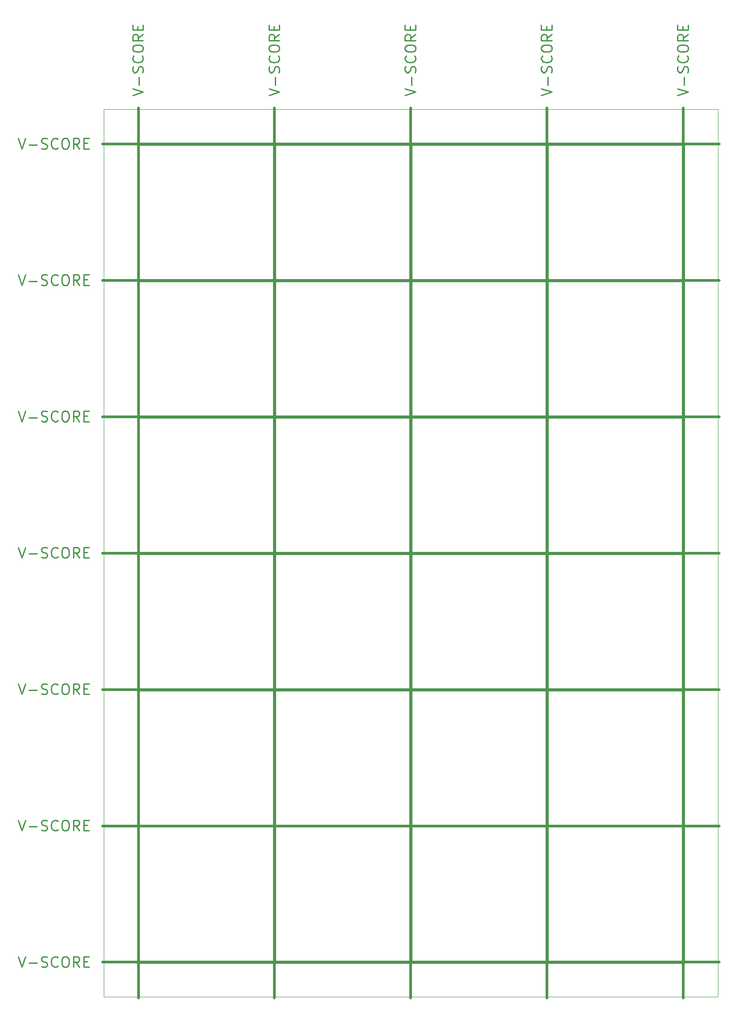
<source format=gko>
%TF.GenerationSoftware,KiCad,Pcbnew,9.0.0*%
%TF.CreationDate,2025-05-07T13:20:37-06:00*%
%TF.ProjectId,SparkFun_AS7343_Qwiic_panelized,53706172-6b46-4756-9e5f-415337333433,v10*%
%TF.SameCoordinates,Original*%
%TF.FileFunction,Soldermask,Bot*%
%TF.FilePolarity,Negative*%
%FSLAX46Y46*%
G04 Gerber Fmt 4.6, Leading zero omitted, Abs format (unit mm)*
G04 Created by KiCad (PCBNEW 9.0.0) date 2025-05-07 13:20:37*
%MOMM*%
%LPD*%
G01*
G04 APERTURE LIST*
%TA.AperFunction,Profile*%
%ADD10C,0.100000*%
%TD*%
%ADD11C,0.250000*%
%ADD12C,0.500000*%
G04 APERTURE END LIST*
D10*
X-500000Y-500000D02*
X-500000Y155400000D01*
X103600000Y-500000D02*
X-500000Y-500000D01*
X103600000Y155400000D02*
X103600000Y-500000D01*
X-500000Y155400000D02*
X103600000Y155400000D01*
X-6850000Y-6850000D02*
X-6850000Y161750000D01*
X109950000Y-6850000D02*
X-6850000Y-6850000D01*
X109950000Y161750000D02*
X109950000Y-6850000D01*
X-6850000Y161750000D02*
X109950000Y161750000D01*
X77700000Y154900000D02*
X103100000Y154900000D01*
X103100000Y129500000D01*
X77700000Y129500000D01*
X77700000Y154900000D01*
X77700000Y129000000D02*
X103100000Y129000000D01*
X103100000Y103600000D01*
X77700000Y103600000D01*
X77700000Y129000000D01*
X77700000Y103100000D02*
X103100000Y103100000D01*
X103100000Y77700000D01*
X77700000Y77700000D01*
X77700000Y103100000D01*
X77700000Y77200000D02*
X103100000Y77200000D01*
X103100000Y51800000D01*
X77700000Y51800000D01*
X77700000Y77200000D01*
X77700000Y51300000D02*
X103100000Y51300000D01*
X103100000Y25900000D01*
X77700000Y25900000D01*
X77700000Y51300000D01*
X77700000Y25400000D02*
X103100000Y25400000D01*
X103100000Y0D01*
X77700000Y0D01*
X77700000Y25400000D01*
X51800000Y154900000D02*
X77200000Y154900000D01*
X77200000Y129500000D01*
X51800000Y129500000D01*
X51800000Y154900000D01*
X51800000Y129000000D02*
X77200000Y129000000D01*
X77200000Y103600000D01*
X51800000Y103600000D01*
X51800000Y129000000D01*
X51800000Y103100000D02*
X77200000Y103100000D01*
X77200000Y77700000D01*
X51800000Y77700000D01*
X51800000Y103100000D01*
X51800000Y77200000D02*
X77200000Y77200000D01*
X77200000Y51800000D01*
X51800000Y51800000D01*
X51800000Y77200000D01*
X51800000Y51300000D02*
X77200000Y51300000D01*
X77200000Y25900000D01*
X51800000Y25900000D01*
X51800000Y51300000D01*
X51800000Y25400000D02*
X77200000Y25400000D01*
X77200000Y0D01*
X51800000Y0D01*
X51800000Y25400000D01*
X25900000Y154900000D02*
X51300000Y154900000D01*
X51300000Y129500000D01*
X25900000Y129500000D01*
X25900000Y154900000D01*
X25900000Y129000000D02*
X51300000Y129000000D01*
X51300000Y103600000D01*
X25900000Y103600000D01*
X25900000Y129000000D01*
X25900000Y103100000D02*
X51300000Y103100000D01*
X51300000Y77700000D01*
X25900000Y77700000D01*
X25900000Y103100000D01*
X25900000Y77200000D02*
X51300000Y77200000D01*
X51300000Y51800000D01*
X25900000Y51800000D01*
X25900000Y77200000D01*
X25900000Y51300000D02*
X51300000Y51300000D01*
X51300000Y25900000D01*
X25900000Y25900000D01*
X25900000Y51300000D01*
X25900000Y25400000D02*
X51300000Y25400000D01*
X51300000Y0D01*
X25900000Y0D01*
X25900000Y25400000D01*
X0Y154900000D02*
X25400000Y154900000D01*
X25400000Y129500000D01*
X0Y129500000D01*
X0Y154900000D01*
X0Y129000000D02*
X25400000Y129000000D01*
X25400000Y103600000D01*
X0Y103600000D01*
X0Y129000000D01*
X0Y103100000D02*
X25400000Y103100000D01*
X25400000Y77700000D01*
X0Y77700000D01*
X0Y103100000D01*
X0Y77200000D02*
X25400000Y77200000D01*
X25400000Y51800000D01*
X0Y51800000D01*
X0Y77200000D01*
X0Y51300000D02*
X25400000Y51300000D01*
X25400000Y25900000D01*
X0Y25900000D01*
X0Y51300000D01*
X0Y25400000D02*
X25400000Y25400000D01*
X25400000Y0D01*
X0Y0D01*
X0Y25400000D01*
D11*
X-23073997Y837762D02*
X-22407331Y-1162238D01*
X-22407331Y-1162238D02*
X-21740664Y837762D01*
X-21073997Y-400333D02*
X-19550187Y-400333D01*
X-18693045Y-1067000D02*
X-18407331Y-1162238D01*
X-18407331Y-1162238D02*
X-17931140Y-1162238D01*
X-17931140Y-1162238D02*
X-17740664Y-1067000D01*
X-17740664Y-1067000D02*
X-17645426Y-971761D01*
X-17645426Y-971761D02*
X-17550188Y-781285D01*
X-17550188Y-781285D02*
X-17550188Y-590809D01*
X-17550188Y-590809D02*
X-17645426Y-400333D01*
X-17645426Y-400333D02*
X-17740664Y-305095D01*
X-17740664Y-305095D02*
X-17931140Y-209857D01*
X-17931140Y-209857D02*
X-18312093Y-114619D01*
X-18312093Y-114619D02*
X-18502569Y-19380D01*
X-18502569Y-19380D02*
X-18597807Y75858D01*
X-18597807Y75858D02*
X-18693045Y266334D01*
X-18693045Y266334D02*
X-18693045Y456810D01*
X-18693045Y456810D02*
X-18597807Y647286D01*
X-18597807Y647286D02*
X-18502569Y742524D01*
X-18502569Y742524D02*
X-18312093Y837762D01*
X-18312093Y837762D02*
X-17835902Y837762D01*
X-17835902Y837762D02*
X-17550188Y742524D01*
X-15550188Y-971761D02*
X-15645426Y-1067000D01*
X-15645426Y-1067000D02*
X-15931140Y-1162238D01*
X-15931140Y-1162238D02*
X-16121616Y-1162238D01*
X-16121616Y-1162238D02*
X-16407331Y-1067000D01*
X-16407331Y-1067000D02*
X-16597807Y-876523D01*
X-16597807Y-876523D02*
X-16693045Y-686047D01*
X-16693045Y-686047D02*
X-16788283Y-305095D01*
X-16788283Y-305095D02*
X-16788283Y-19380D01*
X-16788283Y-19380D02*
X-16693045Y361572D01*
X-16693045Y361572D02*
X-16597807Y552048D01*
X-16597807Y552048D02*
X-16407331Y742524D01*
X-16407331Y742524D02*
X-16121616Y837762D01*
X-16121616Y837762D02*
X-15931140Y837762D01*
X-15931140Y837762D02*
X-15645426Y742524D01*
X-15645426Y742524D02*
X-15550188Y647286D01*
X-14312093Y837762D02*
X-13931140Y837762D01*
X-13931140Y837762D02*
X-13740664Y742524D01*
X-13740664Y742524D02*
X-13550188Y552048D01*
X-13550188Y552048D02*
X-13454950Y171096D01*
X-13454950Y171096D02*
X-13454950Y-495571D01*
X-13454950Y-495571D02*
X-13550188Y-876523D01*
X-13550188Y-876523D02*
X-13740664Y-1067000D01*
X-13740664Y-1067000D02*
X-13931140Y-1162238D01*
X-13931140Y-1162238D02*
X-14312093Y-1162238D01*
X-14312093Y-1162238D02*
X-14502569Y-1067000D01*
X-14502569Y-1067000D02*
X-14693045Y-876523D01*
X-14693045Y-876523D02*
X-14788283Y-495571D01*
X-14788283Y-495571D02*
X-14788283Y171096D01*
X-14788283Y171096D02*
X-14693045Y552048D01*
X-14693045Y552048D02*
X-14502569Y742524D01*
X-14502569Y742524D02*
X-14312093Y837762D01*
X-11454950Y-1162238D02*
X-12121617Y-209857D01*
X-12597807Y-1162238D02*
X-12597807Y837762D01*
X-12597807Y837762D02*
X-11835902Y837762D01*
X-11835902Y837762D02*
X-11645426Y742524D01*
X-11645426Y742524D02*
X-11550188Y647286D01*
X-11550188Y647286D02*
X-11454950Y456810D01*
X-11454950Y456810D02*
X-11454950Y171096D01*
X-11454950Y171096D02*
X-11550188Y-19380D01*
X-11550188Y-19380D02*
X-11645426Y-114619D01*
X-11645426Y-114619D02*
X-11835902Y-209857D01*
X-11835902Y-209857D02*
X-12597807Y-209857D01*
X-10597807Y-114619D02*
X-9931140Y-114619D01*
X-9645426Y-1162238D02*
X-10597807Y-1162238D01*
X-10597807Y-1162238D02*
X-10597807Y837762D01*
X-10597807Y837762D02*
X-9645426Y837762D01*
D12*
X-7100000Y-250000D02*
X110200000Y-250000D01*
D11*
X-23073997Y26737762D02*
X-22407331Y24737762D01*
X-22407331Y24737762D02*
X-21740664Y26737762D01*
X-21073997Y25499667D02*
X-19550187Y25499667D01*
X-18693045Y24833000D02*
X-18407331Y24737762D01*
X-18407331Y24737762D02*
X-17931140Y24737762D01*
X-17931140Y24737762D02*
X-17740664Y24833000D01*
X-17740664Y24833000D02*
X-17645426Y24928239D01*
X-17645426Y24928239D02*
X-17550188Y25118715D01*
X-17550188Y25118715D02*
X-17550188Y25309191D01*
X-17550188Y25309191D02*
X-17645426Y25499667D01*
X-17645426Y25499667D02*
X-17740664Y25594905D01*
X-17740664Y25594905D02*
X-17931140Y25690143D01*
X-17931140Y25690143D02*
X-18312093Y25785381D01*
X-18312093Y25785381D02*
X-18502569Y25880620D01*
X-18502569Y25880620D02*
X-18597807Y25975858D01*
X-18597807Y25975858D02*
X-18693045Y26166334D01*
X-18693045Y26166334D02*
X-18693045Y26356810D01*
X-18693045Y26356810D02*
X-18597807Y26547286D01*
X-18597807Y26547286D02*
X-18502569Y26642524D01*
X-18502569Y26642524D02*
X-18312093Y26737762D01*
X-18312093Y26737762D02*
X-17835902Y26737762D01*
X-17835902Y26737762D02*
X-17550188Y26642524D01*
X-15550188Y24928239D02*
X-15645426Y24833000D01*
X-15645426Y24833000D02*
X-15931140Y24737762D01*
X-15931140Y24737762D02*
X-16121616Y24737762D01*
X-16121616Y24737762D02*
X-16407331Y24833000D01*
X-16407331Y24833000D02*
X-16597807Y25023477D01*
X-16597807Y25023477D02*
X-16693045Y25213953D01*
X-16693045Y25213953D02*
X-16788283Y25594905D01*
X-16788283Y25594905D02*
X-16788283Y25880620D01*
X-16788283Y25880620D02*
X-16693045Y26261572D01*
X-16693045Y26261572D02*
X-16597807Y26452048D01*
X-16597807Y26452048D02*
X-16407331Y26642524D01*
X-16407331Y26642524D02*
X-16121616Y26737762D01*
X-16121616Y26737762D02*
X-15931140Y26737762D01*
X-15931140Y26737762D02*
X-15645426Y26642524D01*
X-15645426Y26642524D02*
X-15550188Y26547286D01*
X-14312093Y26737762D02*
X-13931140Y26737762D01*
X-13931140Y26737762D02*
X-13740664Y26642524D01*
X-13740664Y26642524D02*
X-13550188Y26452048D01*
X-13550188Y26452048D02*
X-13454950Y26071096D01*
X-13454950Y26071096D02*
X-13454950Y25404429D01*
X-13454950Y25404429D02*
X-13550188Y25023477D01*
X-13550188Y25023477D02*
X-13740664Y24833000D01*
X-13740664Y24833000D02*
X-13931140Y24737762D01*
X-13931140Y24737762D02*
X-14312093Y24737762D01*
X-14312093Y24737762D02*
X-14502569Y24833000D01*
X-14502569Y24833000D02*
X-14693045Y25023477D01*
X-14693045Y25023477D02*
X-14788283Y25404429D01*
X-14788283Y25404429D02*
X-14788283Y26071096D01*
X-14788283Y26071096D02*
X-14693045Y26452048D01*
X-14693045Y26452048D02*
X-14502569Y26642524D01*
X-14502569Y26642524D02*
X-14312093Y26737762D01*
X-11454950Y24737762D02*
X-12121617Y25690143D01*
X-12597807Y24737762D02*
X-12597807Y26737762D01*
X-12597807Y26737762D02*
X-11835902Y26737762D01*
X-11835902Y26737762D02*
X-11645426Y26642524D01*
X-11645426Y26642524D02*
X-11550188Y26547286D01*
X-11550188Y26547286D02*
X-11454950Y26356810D01*
X-11454950Y26356810D02*
X-11454950Y26071096D01*
X-11454950Y26071096D02*
X-11550188Y25880620D01*
X-11550188Y25880620D02*
X-11645426Y25785381D01*
X-11645426Y25785381D02*
X-11835902Y25690143D01*
X-11835902Y25690143D02*
X-12597807Y25690143D01*
X-10597807Y25785381D02*
X-9931140Y25785381D01*
X-9645426Y24737762D02*
X-10597807Y24737762D01*
X-10597807Y24737762D02*
X-10597807Y26737762D01*
X-10597807Y26737762D02*
X-9645426Y26737762D01*
D12*
X-7100000Y25650000D02*
X110200000Y25650000D01*
D11*
X-23073997Y52637762D02*
X-22407331Y50637762D01*
X-22407331Y50637762D02*
X-21740664Y52637762D01*
X-21073997Y51399667D02*
X-19550187Y51399667D01*
X-18693045Y50733000D02*
X-18407331Y50637762D01*
X-18407331Y50637762D02*
X-17931140Y50637762D01*
X-17931140Y50637762D02*
X-17740664Y50733000D01*
X-17740664Y50733000D02*
X-17645426Y50828239D01*
X-17645426Y50828239D02*
X-17550188Y51018715D01*
X-17550188Y51018715D02*
X-17550188Y51209191D01*
X-17550188Y51209191D02*
X-17645426Y51399667D01*
X-17645426Y51399667D02*
X-17740664Y51494905D01*
X-17740664Y51494905D02*
X-17931140Y51590143D01*
X-17931140Y51590143D02*
X-18312093Y51685381D01*
X-18312093Y51685381D02*
X-18502569Y51780620D01*
X-18502569Y51780620D02*
X-18597807Y51875858D01*
X-18597807Y51875858D02*
X-18693045Y52066334D01*
X-18693045Y52066334D02*
X-18693045Y52256810D01*
X-18693045Y52256810D02*
X-18597807Y52447286D01*
X-18597807Y52447286D02*
X-18502569Y52542524D01*
X-18502569Y52542524D02*
X-18312093Y52637762D01*
X-18312093Y52637762D02*
X-17835902Y52637762D01*
X-17835902Y52637762D02*
X-17550188Y52542524D01*
X-15550188Y50828239D02*
X-15645426Y50733000D01*
X-15645426Y50733000D02*
X-15931140Y50637762D01*
X-15931140Y50637762D02*
X-16121616Y50637762D01*
X-16121616Y50637762D02*
X-16407331Y50733000D01*
X-16407331Y50733000D02*
X-16597807Y50923477D01*
X-16597807Y50923477D02*
X-16693045Y51113953D01*
X-16693045Y51113953D02*
X-16788283Y51494905D01*
X-16788283Y51494905D02*
X-16788283Y51780620D01*
X-16788283Y51780620D02*
X-16693045Y52161572D01*
X-16693045Y52161572D02*
X-16597807Y52352048D01*
X-16597807Y52352048D02*
X-16407331Y52542524D01*
X-16407331Y52542524D02*
X-16121616Y52637762D01*
X-16121616Y52637762D02*
X-15931140Y52637762D01*
X-15931140Y52637762D02*
X-15645426Y52542524D01*
X-15645426Y52542524D02*
X-15550188Y52447286D01*
X-14312093Y52637762D02*
X-13931140Y52637762D01*
X-13931140Y52637762D02*
X-13740664Y52542524D01*
X-13740664Y52542524D02*
X-13550188Y52352048D01*
X-13550188Y52352048D02*
X-13454950Y51971096D01*
X-13454950Y51971096D02*
X-13454950Y51304429D01*
X-13454950Y51304429D02*
X-13550188Y50923477D01*
X-13550188Y50923477D02*
X-13740664Y50733000D01*
X-13740664Y50733000D02*
X-13931140Y50637762D01*
X-13931140Y50637762D02*
X-14312093Y50637762D01*
X-14312093Y50637762D02*
X-14502569Y50733000D01*
X-14502569Y50733000D02*
X-14693045Y50923477D01*
X-14693045Y50923477D02*
X-14788283Y51304429D01*
X-14788283Y51304429D02*
X-14788283Y51971096D01*
X-14788283Y51971096D02*
X-14693045Y52352048D01*
X-14693045Y52352048D02*
X-14502569Y52542524D01*
X-14502569Y52542524D02*
X-14312093Y52637762D01*
X-11454950Y50637762D02*
X-12121617Y51590143D01*
X-12597807Y50637762D02*
X-12597807Y52637762D01*
X-12597807Y52637762D02*
X-11835902Y52637762D01*
X-11835902Y52637762D02*
X-11645426Y52542524D01*
X-11645426Y52542524D02*
X-11550188Y52447286D01*
X-11550188Y52447286D02*
X-11454950Y52256810D01*
X-11454950Y52256810D02*
X-11454950Y51971096D01*
X-11454950Y51971096D02*
X-11550188Y51780620D01*
X-11550188Y51780620D02*
X-11645426Y51685381D01*
X-11645426Y51685381D02*
X-11835902Y51590143D01*
X-11835902Y51590143D02*
X-12597807Y51590143D01*
X-10597807Y51685381D02*
X-9931140Y51685381D01*
X-9645426Y50637762D02*
X-10597807Y50637762D01*
X-10597807Y50637762D02*
X-10597807Y52637762D01*
X-10597807Y52637762D02*
X-9645426Y52637762D01*
D12*
X-7100000Y51550000D02*
X110200000Y51550000D01*
D11*
X-23073997Y78537762D02*
X-22407331Y76537762D01*
X-22407331Y76537762D02*
X-21740664Y78537762D01*
X-21073997Y77299667D02*
X-19550187Y77299667D01*
X-18693045Y76633000D02*
X-18407331Y76537762D01*
X-18407331Y76537762D02*
X-17931140Y76537762D01*
X-17931140Y76537762D02*
X-17740664Y76633000D01*
X-17740664Y76633000D02*
X-17645426Y76728239D01*
X-17645426Y76728239D02*
X-17550188Y76918715D01*
X-17550188Y76918715D02*
X-17550188Y77109191D01*
X-17550188Y77109191D02*
X-17645426Y77299667D01*
X-17645426Y77299667D02*
X-17740664Y77394905D01*
X-17740664Y77394905D02*
X-17931140Y77490143D01*
X-17931140Y77490143D02*
X-18312093Y77585381D01*
X-18312093Y77585381D02*
X-18502569Y77680620D01*
X-18502569Y77680620D02*
X-18597807Y77775858D01*
X-18597807Y77775858D02*
X-18693045Y77966334D01*
X-18693045Y77966334D02*
X-18693045Y78156810D01*
X-18693045Y78156810D02*
X-18597807Y78347286D01*
X-18597807Y78347286D02*
X-18502569Y78442524D01*
X-18502569Y78442524D02*
X-18312093Y78537762D01*
X-18312093Y78537762D02*
X-17835902Y78537762D01*
X-17835902Y78537762D02*
X-17550188Y78442524D01*
X-15550188Y76728239D02*
X-15645426Y76633000D01*
X-15645426Y76633000D02*
X-15931140Y76537762D01*
X-15931140Y76537762D02*
X-16121616Y76537762D01*
X-16121616Y76537762D02*
X-16407331Y76633000D01*
X-16407331Y76633000D02*
X-16597807Y76823477D01*
X-16597807Y76823477D02*
X-16693045Y77013953D01*
X-16693045Y77013953D02*
X-16788283Y77394905D01*
X-16788283Y77394905D02*
X-16788283Y77680620D01*
X-16788283Y77680620D02*
X-16693045Y78061572D01*
X-16693045Y78061572D02*
X-16597807Y78252048D01*
X-16597807Y78252048D02*
X-16407331Y78442524D01*
X-16407331Y78442524D02*
X-16121616Y78537762D01*
X-16121616Y78537762D02*
X-15931140Y78537762D01*
X-15931140Y78537762D02*
X-15645426Y78442524D01*
X-15645426Y78442524D02*
X-15550188Y78347286D01*
X-14312093Y78537762D02*
X-13931140Y78537762D01*
X-13931140Y78537762D02*
X-13740664Y78442524D01*
X-13740664Y78442524D02*
X-13550188Y78252048D01*
X-13550188Y78252048D02*
X-13454950Y77871096D01*
X-13454950Y77871096D02*
X-13454950Y77204429D01*
X-13454950Y77204429D02*
X-13550188Y76823477D01*
X-13550188Y76823477D02*
X-13740664Y76633000D01*
X-13740664Y76633000D02*
X-13931140Y76537762D01*
X-13931140Y76537762D02*
X-14312093Y76537762D01*
X-14312093Y76537762D02*
X-14502569Y76633000D01*
X-14502569Y76633000D02*
X-14693045Y76823477D01*
X-14693045Y76823477D02*
X-14788283Y77204429D01*
X-14788283Y77204429D02*
X-14788283Y77871096D01*
X-14788283Y77871096D02*
X-14693045Y78252048D01*
X-14693045Y78252048D02*
X-14502569Y78442524D01*
X-14502569Y78442524D02*
X-14312093Y78537762D01*
X-11454950Y76537762D02*
X-12121617Y77490143D01*
X-12597807Y76537762D02*
X-12597807Y78537762D01*
X-12597807Y78537762D02*
X-11835902Y78537762D01*
X-11835902Y78537762D02*
X-11645426Y78442524D01*
X-11645426Y78442524D02*
X-11550188Y78347286D01*
X-11550188Y78347286D02*
X-11454950Y78156810D01*
X-11454950Y78156810D02*
X-11454950Y77871096D01*
X-11454950Y77871096D02*
X-11550188Y77680620D01*
X-11550188Y77680620D02*
X-11645426Y77585381D01*
X-11645426Y77585381D02*
X-11835902Y77490143D01*
X-11835902Y77490143D02*
X-12597807Y77490143D01*
X-10597807Y77585381D02*
X-9931140Y77585381D01*
X-9645426Y76537762D02*
X-10597807Y76537762D01*
X-10597807Y76537762D02*
X-10597807Y78537762D01*
X-10597807Y78537762D02*
X-9645426Y78537762D01*
D12*
X-7100000Y77450000D02*
X110200000Y77450000D01*
D11*
X-23073997Y104437762D02*
X-22407331Y102437762D01*
X-22407331Y102437762D02*
X-21740664Y104437762D01*
X-21073997Y103199667D02*
X-19550187Y103199667D01*
X-18693045Y102533000D02*
X-18407331Y102437762D01*
X-18407331Y102437762D02*
X-17931140Y102437762D01*
X-17931140Y102437762D02*
X-17740664Y102533000D01*
X-17740664Y102533000D02*
X-17645426Y102628239D01*
X-17645426Y102628239D02*
X-17550188Y102818715D01*
X-17550188Y102818715D02*
X-17550188Y103009191D01*
X-17550188Y103009191D02*
X-17645426Y103199667D01*
X-17645426Y103199667D02*
X-17740664Y103294905D01*
X-17740664Y103294905D02*
X-17931140Y103390143D01*
X-17931140Y103390143D02*
X-18312093Y103485381D01*
X-18312093Y103485381D02*
X-18502569Y103580620D01*
X-18502569Y103580620D02*
X-18597807Y103675858D01*
X-18597807Y103675858D02*
X-18693045Y103866334D01*
X-18693045Y103866334D02*
X-18693045Y104056810D01*
X-18693045Y104056810D02*
X-18597807Y104247286D01*
X-18597807Y104247286D02*
X-18502569Y104342524D01*
X-18502569Y104342524D02*
X-18312093Y104437762D01*
X-18312093Y104437762D02*
X-17835902Y104437762D01*
X-17835902Y104437762D02*
X-17550188Y104342524D01*
X-15550188Y102628239D02*
X-15645426Y102533000D01*
X-15645426Y102533000D02*
X-15931140Y102437762D01*
X-15931140Y102437762D02*
X-16121616Y102437762D01*
X-16121616Y102437762D02*
X-16407331Y102533000D01*
X-16407331Y102533000D02*
X-16597807Y102723477D01*
X-16597807Y102723477D02*
X-16693045Y102913953D01*
X-16693045Y102913953D02*
X-16788283Y103294905D01*
X-16788283Y103294905D02*
X-16788283Y103580620D01*
X-16788283Y103580620D02*
X-16693045Y103961572D01*
X-16693045Y103961572D02*
X-16597807Y104152048D01*
X-16597807Y104152048D02*
X-16407331Y104342524D01*
X-16407331Y104342524D02*
X-16121616Y104437762D01*
X-16121616Y104437762D02*
X-15931140Y104437762D01*
X-15931140Y104437762D02*
X-15645426Y104342524D01*
X-15645426Y104342524D02*
X-15550188Y104247286D01*
X-14312093Y104437762D02*
X-13931140Y104437762D01*
X-13931140Y104437762D02*
X-13740664Y104342524D01*
X-13740664Y104342524D02*
X-13550188Y104152048D01*
X-13550188Y104152048D02*
X-13454950Y103771096D01*
X-13454950Y103771096D02*
X-13454950Y103104429D01*
X-13454950Y103104429D02*
X-13550188Y102723477D01*
X-13550188Y102723477D02*
X-13740664Y102533000D01*
X-13740664Y102533000D02*
X-13931140Y102437762D01*
X-13931140Y102437762D02*
X-14312093Y102437762D01*
X-14312093Y102437762D02*
X-14502569Y102533000D01*
X-14502569Y102533000D02*
X-14693045Y102723477D01*
X-14693045Y102723477D02*
X-14788283Y103104429D01*
X-14788283Y103104429D02*
X-14788283Y103771096D01*
X-14788283Y103771096D02*
X-14693045Y104152048D01*
X-14693045Y104152048D02*
X-14502569Y104342524D01*
X-14502569Y104342524D02*
X-14312093Y104437762D01*
X-11454950Y102437762D02*
X-12121617Y103390143D01*
X-12597807Y102437762D02*
X-12597807Y104437762D01*
X-12597807Y104437762D02*
X-11835902Y104437762D01*
X-11835902Y104437762D02*
X-11645426Y104342524D01*
X-11645426Y104342524D02*
X-11550188Y104247286D01*
X-11550188Y104247286D02*
X-11454950Y104056810D01*
X-11454950Y104056810D02*
X-11454950Y103771096D01*
X-11454950Y103771096D02*
X-11550188Y103580620D01*
X-11550188Y103580620D02*
X-11645426Y103485381D01*
X-11645426Y103485381D02*
X-11835902Y103390143D01*
X-11835902Y103390143D02*
X-12597807Y103390143D01*
X-10597807Y103485381D02*
X-9931140Y103485381D01*
X-9645426Y102437762D02*
X-10597807Y102437762D01*
X-10597807Y102437762D02*
X-10597807Y104437762D01*
X-10597807Y104437762D02*
X-9645426Y104437762D01*
D12*
X-7100000Y103350000D02*
X110200000Y103350000D01*
D11*
X-23073997Y130337761D02*
X-22407331Y128337761D01*
X-22407331Y128337761D02*
X-21740664Y130337761D01*
X-21073997Y129099666D02*
X-19550187Y129099666D01*
X-18693045Y128433000D02*
X-18407331Y128337761D01*
X-18407331Y128337761D02*
X-17931140Y128337761D01*
X-17931140Y128337761D02*
X-17740664Y128433000D01*
X-17740664Y128433000D02*
X-17645426Y128528238D01*
X-17645426Y128528238D02*
X-17550188Y128718714D01*
X-17550188Y128718714D02*
X-17550188Y128909190D01*
X-17550188Y128909190D02*
X-17645426Y129099666D01*
X-17645426Y129099666D02*
X-17740664Y129194904D01*
X-17740664Y129194904D02*
X-17931140Y129290142D01*
X-17931140Y129290142D02*
X-18312093Y129385380D01*
X-18312093Y129385380D02*
X-18502569Y129480619D01*
X-18502569Y129480619D02*
X-18597807Y129575857D01*
X-18597807Y129575857D02*
X-18693045Y129766333D01*
X-18693045Y129766333D02*
X-18693045Y129956809D01*
X-18693045Y129956809D02*
X-18597807Y130147285D01*
X-18597807Y130147285D02*
X-18502569Y130242523D01*
X-18502569Y130242523D02*
X-18312093Y130337761D01*
X-18312093Y130337761D02*
X-17835902Y130337761D01*
X-17835902Y130337761D02*
X-17550188Y130242523D01*
X-15550188Y128528238D02*
X-15645426Y128433000D01*
X-15645426Y128433000D02*
X-15931140Y128337761D01*
X-15931140Y128337761D02*
X-16121616Y128337761D01*
X-16121616Y128337761D02*
X-16407331Y128433000D01*
X-16407331Y128433000D02*
X-16597807Y128623476D01*
X-16597807Y128623476D02*
X-16693045Y128813952D01*
X-16693045Y128813952D02*
X-16788283Y129194904D01*
X-16788283Y129194904D02*
X-16788283Y129480619D01*
X-16788283Y129480619D02*
X-16693045Y129861571D01*
X-16693045Y129861571D02*
X-16597807Y130052047D01*
X-16597807Y130052047D02*
X-16407331Y130242523D01*
X-16407331Y130242523D02*
X-16121616Y130337761D01*
X-16121616Y130337761D02*
X-15931140Y130337761D01*
X-15931140Y130337761D02*
X-15645426Y130242523D01*
X-15645426Y130242523D02*
X-15550188Y130147285D01*
X-14312093Y130337761D02*
X-13931140Y130337761D01*
X-13931140Y130337761D02*
X-13740664Y130242523D01*
X-13740664Y130242523D02*
X-13550188Y130052047D01*
X-13550188Y130052047D02*
X-13454950Y129671095D01*
X-13454950Y129671095D02*
X-13454950Y129004428D01*
X-13454950Y129004428D02*
X-13550188Y128623476D01*
X-13550188Y128623476D02*
X-13740664Y128433000D01*
X-13740664Y128433000D02*
X-13931140Y128337761D01*
X-13931140Y128337761D02*
X-14312093Y128337761D01*
X-14312093Y128337761D02*
X-14502569Y128433000D01*
X-14502569Y128433000D02*
X-14693045Y128623476D01*
X-14693045Y128623476D02*
X-14788283Y129004428D01*
X-14788283Y129004428D02*
X-14788283Y129671095D01*
X-14788283Y129671095D02*
X-14693045Y130052047D01*
X-14693045Y130052047D02*
X-14502569Y130242523D01*
X-14502569Y130242523D02*
X-14312093Y130337761D01*
X-11454950Y128337761D02*
X-12121617Y129290142D01*
X-12597807Y128337761D02*
X-12597807Y130337761D01*
X-12597807Y130337761D02*
X-11835902Y130337761D01*
X-11835902Y130337761D02*
X-11645426Y130242523D01*
X-11645426Y130242523D02*
X-11550188Y130147285D01*
X-11550188Y130147285D02*
X-11454950Y129956809D01*
X-11454950Y129956809D02*
X-11454950Y129671095D01*
X-11454950Y129671095D02*
X-11550188Y129480619D01*
X-11550188Y129480619D02*
X-11645426Y129385380D01*
X-11645426Y129385380D02*
X-11835902Y129290142D01*
X-11835902Y129290142D02*
X-12597807Y129290142D01*
X-10597807Y129385380D02*
X-9931140Y129385380D01*
X-9645426Y128337761D02*
X-10597807Y128337761D01*
X-10597807Y128337761D02*
X-10597807Y130337761D01*
X-10597807Y130337761D02*
X-9645426Y130337761D01*
D12*
X-7100000Y129250000D02*
X110200000Y129250000D01*
D11*
X-23073997Y156237761D02*
X-22407331Y154237761D01*
X-22407331Y154237761D02*
X-21740664Y156237761D01*
X-21073997Y154999666D02*
X-19550187Y154999666D01*
X-18693045Y154333000D02*
X-18407331Y154237761D01*
X-18407331Y154237761D02*
X-17931140Y154237761D01*
X-17931140Y154237761D02*
X-17740664Y154333000D01*
X-17740664Y154333000D02*
X-17645426Y154428238D01*
X-17645426Y154428238D02*
X-17550188Y154618714D01*
X-17550188Y154618714D02*
X-17550188Y154809190D01*
X-17550188Y154809190D02*
X-17645426Y154999666D01*
X-17645426Y154999666D02*
X-17740664Y155094904D01*
X-17740664Y155094904D02*
X-17931140Y155190142D01*
X-17931140Y155190142D02*
X-18312093Y155285380D01*
X-18312093Y155285380D02*
X-18502569Y155380619D01*
X-18502569Y155380619D02*
X-18597807Y155475857D01*
X-18597807Y155475857D02*
X-18693045Y155666333D01*
X-18693045Y155666333D02*
X-18693045Y155856809D01*
X-18693045Y155856809D02*
X-18597807Y156047285D01*
X-18597807Y156047285D02*
X-18502569Y156142523D01*
X-18502569Y156142523D02*
X-18312093Y156237761D01*
X-18312093Y156237761D02*
X-17835902Y156237761D01*
X-17835902Y156237761D02*
X-17550188Y156142523D01*
X-15550188Y154428238D02*
X-15645426Y154333000D01*
X-15645426Y154333000D02*
X-15931140Y154237761D01*
X-15931140Y154237761D02*
X-16121616Y154237761D01*
X-16121616Y154237761D02*
X-16407331Y154333000D01*
X-16407331Y154333000D02*
X-16597807Y154523476D01*
X-16597807Y154523476D02*
X-16693045Y154713952D01*
X-16693045Y154713952D02*
X-16788283Y155094904D01*
X-16788283Y155094904D02*
X-16788283Y155380619D01*
X-16788283Y155380619D02*
X-16693045Y155761571D01*
X-16693045Y155761571D02*
X-16597807Y155952047D01*
X-16597807Y155952047D02*
X-16407331Y156142523D01*
X-16407331Y156142523D02*
X-16121616Y156237761D01*
X-16121616Y156237761D02*
X-15931140Y156237761D01*
X-15931140Y156237761D02*
X-15645426Y156142523D01*
X-15645426Y156142523D02*
X-15550188Y156047285D01*
X-14312093Y156237761D02*
X-13931140Y156237761D01*
X-13931140Y156237761D02*
X-13740664Y156142523D01*
X-13740664Y156142523D02*
X-13550188Y155952047D01*
X-13550188Y155952047D02*
X-13454950Y155571095D01*
X-13454950Y155571095D02*
X-13454950Y154904428D01*
X-13454950Y154904428D02*
X-13550188Y154523476D01*
X-13550188Y154523476D02*
X-13740664Y154333000D01*
X-13740664Y154333000D02*
X-13931140Y154237761D01*
X-13931140Y154237761D02*
X-14312093Y154237761D01*
X-14312093Y154237761D02*
X-14502569Y154333000D01*
X-14502569Y154333000D02*
X-14693045Y154523476D01*
X-14693045Y154523476D02*
X-14788283Y154904428D01*
X-14788283Y154904428D02*
X-14788283Y155571095D01*
X-14788283Y155571095D02*
X-14693045Y155952047D01*
X-14693045Y155952047D02*
X-14502569Y156142523D01*
X-14502569Y156142523D02*
X-14312093Y156237761D01*
X-11454950Y154237761D02*
X-12121617Y155190142D01*
X-12597807Y154237761D02*
X-12597807Y156237761D01*
X-12597807Y156237761D02*
X-11835902Y156237761D01*
X-11835902Y156237761D02*
X-11645426Y156142523D01*
X-11645426Y156142523D02*
X-11550188Y156047285D01*
X-11550188Y156047285D02*
X-11454950Y155856809D01*
X-11454950Y155856809D02*
X-11454950Y155571095D01*
X-11454950Y155571095D02*
X-11550188Y155380619D01*
X-11550188Y155380619D02*
X-11645426Y155285380D01*
X-11645426Y155285380D02*
X-11835902Y155190142D01*
X-11835902Y155190142D02*
X-12597807Y155190142D01*
X-10597807Y155285380D02*
X-9931140Y155285380D01*
X-9645426Y154237761D02*
X-10597807Y154237761D01*
X-10597807Y154237761D02*
X-10597807Y156237761D01*
X-10597807Y156237761D02*
X-9645426Y156237761D01*
D12*
X-7100000Y155150000D02*
X110200000Y155150000D01*
D11*
X102262238Y164354949D02*
X104262238Y165021615D01*
X104262238Y165021615D02*
X102262238Y165688282D01*
X103500333Y166354949D02*
X103500333Y167878759D01*
X104167000Y168735901D02*
X104262238Y169021615D01*
X104262238Y169021615D02*
X104262238Y169497806D01*
X104262238Y169497806D02*
X104167000Y169688282D01*
X104167000Y169688282D02*
X104071761Y169783520D01*
X104071761Y169783520D02*
X103881285Y169878758D01*
X103881285Y169878758D02*
X103690809Y169878758D01*
X103690809Y169878758D02*
X103500333Y169783520D01*
X103500333Y169783520D02*
X103405095Y169688282D01*
X103405095Y169688282D02*
X103309857Y169497806D01*
X103309857Y169497806D02*
X103214619Y169116853D01*
X103214619Y169116853D02*
X103119380Y168926377D01*
X103119380Y168926377D02*
X103024142Y168831139D01*
X103024142Y168831139D02*
X102833666Y168735901D01*
X102833666Y168735901D02*
X102643190Y168735901D01*
X102643190Y168735901D02*
X102452714Y168831139D01*
X102452714Y168831139D02*
X102357476Y168926377D01*
X102357476Y168926377D02*
X102262238Y169116853D01*
X102262238Y169116853D02*
X102262238Y169593044D01*
X102262238Y169593044D02*
X102357476Y169878758D01*
X104071761Y171878758D02*
X104167000Y171783520D01*
X104167000Y171783520D02*
X104262238Y171497806D01*
X104262238Y171497806D02*
X104262238Y171307330D01*
X104262238Y171307330D02*
X104167000Y171021615D01*
X104167000Y171021615D02*
X103976523Y170831139D01*
X103976523Y170831139D02*
X103786047Y170735901D01*
X103786047Y170735901D02*
X103405095Y170640663D01*
X103405095Y170640663D02*
X103119380Y170640663D01*
X103119380Y170640663D02*
X102738428Y170735901D01*
X102738428Y170735901D02*
X102547952Y170831139D01*
X102547952Y170831139D02*
X102357476Y171021615D01*
X102357476Y171021615D02*
X102262238Y171307330D01*
X102262238Y171307330D02*
X102262238Y171497806D01*
X102262238Y171497806D02*
X102357476Y171783520D01*
X102357476Y171783520D02*
X102452714Y171878758D01*
X102262238Y173116853D02*
X102262238Y173497806D01*
X102262238Y173497806D02*
X102357476Y173688282D01*
X102357476Y173688282D02*
X102547952Y173878758D01*
X102547952Y173878758D02*
X102928904Y173973996D01*
X102928904Y173973996D02*
X103595571Y173973996D01*
X103595571Y173973996D02*
X103976523Y173878758D01*
X103976523Y173878758D02*
X104167000Y173688282D01*
X104167000Y173688282D02*
X104262238Y173497806D01*
X104262238Y173497806D02*
X104262238Y173116853D01*
X104262238Y173116853D02*
X104167000Y172926377D01*
X104167000Y172926377D02*
X103976523Y172735901D01*
X103976523Y172735901D02*
X103595571Y172640663D01*
X103595571Y172640663D02*
X102928904Y172640663D01*
X102928904Y172640663D02*
X102547952Y172735901D01*
X102547952Y172735901D02*
X102357476Y172926377D01*
X102357476Y172926377D02*
X102262238Y173116853D01*
X104262238Y175973996D02*
X103309857Y175307329D01*
X104262238Y174831139D02*
X102262238Y174831139D01*
X102262238Y174831139D02*
X102262238Y175593044D01*
X102262238Y175593044D02*
X102357476Y175783520D01*
X102357476Y175783520D02*
X102452714Y175878758D01*
X102452714Y175878758D02*
X102643190Y175973996D01*
X102643190Y175973996D02*
X102928904Y175973996D01*
X102928904Y175973996D02*
X103119380Y175878758D01*
X103119380Y175878758D02*
X103214619Y175783520D01*
X103214619Y175783520D02*
X103309857Y175593044D01*
X103309857Y175593044D02*
X103309857Y174831139D01*
X103214619Y176831139D02*
X103214619Y177497806D01*
X104262238Y177783520D02*
X104262238Y176831139D01*
X104262238Y176831139D02*
X102262238Y176831139D01*
X102262238Y176831139D02*
X102262238Y177783520D01*
D12*
X103350000Y162000000D02*
X103350000Y-7100000D01*
D11*
X76362238Y164354949D02*
X78362238Y165021615D01*
X78362238Y165021615D02*
X76362238Y165688282D01*
X77600333Y166354949D02*
X77600333Y167878759D01*
X78267000Y168735901D02*
X78362238Y169021615D01*
X78362238Y169021615D02*
X78362238Y169497806D01*
X78362238Y169497806D02*
X78267000Y169688282D01*
X78267000Y169688282D02*
X78171761Y169783520D01*
X78171761Y169783520D02*
X77981285Y169878758D01*
X77981285Y169878758D02*
X77790809Y169878758D01*
X77790809Y169878758D02*
X77600333Y169783520D01*
X77600333Y169783520D02*
X77505095Y169688282D01*
X77505095Y169688282D02*
X77409857Y169497806D01*
X77409857Y169497806D02*
X77314619Y169116853D01*
X77314619Y169116853D02*
X77219380Y168926377D01*
X77219380Y168926377D02*
X77124142Y168831139D01*
X77124142Y168831139D02*
X76933666Y168735901D01*
X76933666Y168735901D02*
X76743190Y168735901D01*
X76743190Y168735901D02*
X76552714Y168831139D01*
X76552714Y168831139D02*
X76457476Y168926377D01*
X76457476Y168926377D02*
X76362238Y169116853D01*
X76362238Y169116853D02*
X76362238Y169593044D01*
X76362238Y169593044D02*
X76457476Y169878758D01*
X78171761Y171878758D02*
X78267000Y171783520D01*
X78267000Y171783520D02*
X78362238Y171497806D01*
X78362238Y171497806D02*
X78362238Y171307330D01*
X78362238Y171307330D02*
X78267000Y171021615D01*
X78267000Y171021615D02*
X78076523Y170831139D01*
X78076523Y170831139D02*
X77886047Y170735901D01*
X77886047Y170735901D02*
X77505095Y170640663D01*
X77505095Y170640663D02*
X77219380Y170640663D01*
X77219380Y170640663D02*
X76838428Y170735901D01*
X76838428Y170735901D02*
X76647952Y170831139D01*
X76647952Y170831139D02*
X76457476Y171021615D01*
X76457476Y171021615D02*
X76362238Y171307330D01*
X76362238Y171307330D02*
X76362238Y171497806D01*
X76362238Y171497806D02*
X76457476Y171783520D01*
X76457476Y171783520D02*
X76552714Y171878758D01*
X76362238Y173116853D02*
X76362238Y173497806D01*
X76362238Y173497806D02*
X76457476Y173688282D01*
X76457476Y173688282D02*
X76647952Y173878758D01*
X76647952Y173878758D02*
X77028904Y173973996D01*
X77028904Y173973996D02*
X77695571Y173973996D01*
X77695571Y173973996D02*
X78076523Y173878758D01*
X78076523Y173878758D02*
X78267000Y173688282D01*
X78267000Y173688282D02*
X78362238Y173497806D01*
X78362238Y173497806D02*
X78362238Y173116853D01*
X78362238Y173116853D02*
X78267000Y172926377D01*
X78267000Y172926377D02*
X78076523Y172735901D01*
X78076523Y172735901D02*
X77695571Y172640663D01*
X77695571Y172640663D02*
X77028904Y172640663D01*
X77028904Y172640663D02*
X76647952Y172735901D01*
X76647952Y172735901D02*
X76457476Y172926377D01*
X76457476Y172926377D02*
X76362238Y173116853D01*
X78362238Y175973996D02*
X77409857Y175307329D01*
X78362238Y174831139D02*
X76362238Y174831139D01*
X76362238Y174831139D02*
X76362238Y175593044D01*
X76362238Y175593044D02*
X76457476Y175783520D01*
X76457476Y175783520D02*
X76552714Y175878758D01*
X76552714Y175878758D02*
X76743190Y175973996D01*
X76743190Y175973996D02*
X77028904Y175973996D01*
X77028904Y175973996D02*
X77219380Y175878758D01*
X77219380Y175878758D02*
X77314619Y175783520D01*
X77314619Y175783520D02*
X77409857Y175593044D01*
X77409857Y175593044D02*
X77409857Y174831139D01*
X77314619Y176831139D02*
X77314619Y177497806D01*
X78362238Y177783520D02*
X78362238Y176831139D01*
X78362238Y176831139D02*
X76362238Y176831139D01*
X76362238Y176831139D02*
X76362238Y177783520D01*
D12*
X77450000Y162000000D02*
X77450000Y-7100000D01*
D11*
X50462238Y164354949D02*
X52462238Y165021615D01*
X52462238Y165021615D02*
X50462238Y165688282D01*
X51700333Y166354949D02*
X51700333Y167878759D01*
X52367000Y168735901D02*
X52462238Y169021615D01*
X52462238Y169021615D02*
X52462238Y169497806D01*
X52462238Y169497806D02*
X52367000Y169688282D01*
X52367000Y169688282D02*
X52271761Y169783520D01*
X52271761Y169783520D02*
X52081285Y169878758D01*
X52081285Y169878758D02*
X51890809Y169878758D01*
X51890809Y169878758D02*
X51700333Y169783520D01*
X51700333Y169783520D02*
X51605095Y169688282D01*
X51605095Y169688282D02*
X51509857Y169497806D01*
X51509857Y169497806D02*
X51414619Y169116853D01*
X51414619Y169116853D02*
X51319380Y168926377D01*
X51319380Y168926377D02*
X51224142Y168831139D01*
X51224142Y168831139D02*
X51033666Y168735901D01*
X51033666Y168735901D02*
X50843190Y168735901D01*
X50843190Y168735901D02*
X50652714Y168831139D01*
X50652714Y168831139D02*
X50557476Y168926377D01*
X50557476Y168926377D02*
X50462238Y169116853D01*
X50462238Y169116853D02*
X50462238Y169593044D01*
X50462238Y169593044D02*
X50557476Y169878758D01*
X52271761Y171878758D02*
X52367000Y171783520D01*
X52367000Y171783520D02*
X52462238Y171497806D01*
X52462238Y171497806D02*
X52462238Y171307330D01*
X52462238Y171307330D02*
X52367000Y171021615D01*
X52367000Y171021615D02*
X52176523Y170831139D01*
X52176523Y170831139D02*
X51986047Y170735901D01*
X51986047Y170735901D02*
X51605095Y170640663D01*
X51605095Y170640663D02*
X51319380Y170640663D01*
X51319380Y170640663D02*
X50938428Y170735901D01*
X50938428Y170735901D02*
X50747952Y170831139D01*
X50747952Y170831139D02*
X50557476Y171021615D01*
X50557476Y171021615D02*
X50462238Y171307330D01*
X50462238Y171307330D02*
X50462238Y171497806D01*
X50462238Y171497806D02*
X50557476Y171783520D01*
X50557476Y171783520D02*
X50652714Y171878758D01*
X50462238Y173116853D02*
X50462238Y173497806D01*
X50462238Y173497806D02*
X50557476Y173688282D01*
X50557476Y173688282D02*
X50747952Y173878758D01*
X50747952Y173878758D02*
X51128904Y173973996D01*
X51128904Y173973996D02*
X51795571Y173973996D01*
X51795571Y173973996D02*
X52176523Y173878758D01*
X52176523Y173878758D02*
X52367000Y173688282D01*
X52367000Y173688282D02*
X52462238Y173497806D01*
X52462238Y173497806D02*
X52462238Y173116853D01*
X52462238Y173116853D02*
X52367000Y172926377D01*
X52367000Y172926377D02*
X52176523Y172735901D01*
X52176523Y172735901D02*
X51795571Y172640663D01*
X51795571Y172640663D02*
X51128904Y172640663D01*
X51128904Y172640663D02*
X50747952Y172735901D01*
X50747952Y172735901D02*
X50557476Y172926377D01*
X50557476Y172926377D02*
X50462238Y173116853D01*
X52462238Y175973996D02*
X51509857Y175307329D01*
X52462238Y174831139D02*
X50462238Y174831139D01*
X50462238Y174831139D02*
X50462238Y175593044D01*
X50462238Y175593044D02*
X50557476Y175783520D01*
X50557476Y175783520D02*
X50652714Y175878758D01*
X50652714Y175878758D02*
X50843190Y175973996D01*
X50843190Y175973996D02*
X51128904Y175973996D01*
X51128904Y175973996D02*
X51319380Y175878758D01*
X51319380Y175878758D02*
X51414619Y175783520D01*
X51414619Y175783520D02*
X51509857Y175593044D01*
X51509857Y175593044D02*
X51509857Y174831139D01*
X51414619Y176831139D02*
X51414619Y177497806D01*
X52462238Y177783520D02*
X52462238Y176831139D01*
X52462238Y176831139D02*
X50462238Y176831139D01*
X50462238Y176831139D02*
X50462238Y177783520D01*
D12*
X51550000Y162000000D02*
X51550000Y-7100000D01*
D11*
X24562238Y164354949D02*
X26562238Y165021615D01*
X26562238Y165021615D02*
X24562238Y165688282D01*
X25800333Y166354949D02*
X25800333Y167878759D01*
X26467000Y168735901D02*
X26562238Y169021615D01*
X26562238Y169021615D02*
X26562238Y169497806D01*
X26562238Y169497806D02*
X26467000Y169688282D01*
X26467000Y169688282D02*
X26371761Y169783520D01*
X26371761Y169783520D02*
X26181285Y169878758D01*
X26181285Y169878758D02*
X25990809Y169878758D01*
X25990809Y169878758D02*
X25800333Y169783520D01*
X25800333Y169783520D02*
X25705095Y169688282D01*
X25705095Y169688282D02*
X25609857Y169497806D01*
X25609857Y169497806D02*
X25514619Y169116853D01*
X25514619Y169116853D02*
X25419380Y168926377D01*
X25419380Y168926377D02*
X25324142Y168831139D01*
X25324142Y168831139D02*
X25133666Y168735901D01*
X25133666Y168735901D02*
X24943190Y168735901D01*
X24943190Y168735901D02*
X24752714Y168831139D01*
X24752714Y168831139D02*
X24657476Y168926377D01*
X24657476Y168926377D02*
X24562238Y169116853D01*
X24562238Y169116853D02*
X24562238Y169593044D01*
X24562238Y169593044D02*
X24657476Y169878758D01*
X26371761Y171878758D02*
X26467000Y171783520D01*
X26467000Y171783520D02*
X26562238Y171497806D01*
X26562238Y171497806D02*
X26562238Y171307330D01*
X26562238Y171307330D02*
X26467000Y171021615D01*
X26467000Y171021615D02*
X26276523Y170831139D01*
X26276523Y170831139D02*
X26086047Y170735901D01*
X26086047Y170735901D02*
X25705095Y170640663D01*
X25705095Y170640663D02*
X25419380Y170640663D01*
X25419380Y170640663D02*
X25038428Y170735901D01*
X25038428Y170735901D02*
X24847952Y170831139D01*
X24847952Y170831139D02*
X24657476Y171021615D01*
X24657476Y171021615D02*
X24562238Y171307330D01*
X24562238Y171307330D02*
X24562238Y171497806D01*
X24562238Y171497806D02*
X24657476Y171783520D01*
X24657476Y171783520D02*
X24752714Y171878758D01*
X24562238Y173116853D02*
X24562238Y173497806D01*
X24562238Y173497806D02*
X24657476Y173688282D01*
X24657476Y173688282D02*
X24847952Y173878758D01*
X24847952Y173878758D02*
X25228904Y173973996D01*
X25228904Y173973996D02*
X25895571Y173973996D01*
X25895571Y173973996D02*
X26276523Y173878758D01*
X26276523Y173878758D02*
X26467000Y173688282D01*
X26467000Y173688282D02*
X26562238Y173497806D01*
X26562238Y173497806D02*
X26562238Y173116853D01*
X26562238Y173116853D02*
X26467000Y172926377D01*
X26467000Y172926377D02*
X26276523Y172735901D01*
X26276523Y172735901D02*
X25895571Y172640663D01*
X25895571Y172640663D02*
X25228904Y172640663D01*
X25228904Y172640663D02*
X24847952Y172735901D01*
X24847952Y172735901D02*
X24657476Y172926377D01*
X24657476Y172926377D02*
X24562238Y173116853D01*
X26562238Y175973996D02*
X25609857Y175307329D01*
X26562238Y174831139D02*
X24562238Y174831139D01*
X24562238Y174831139D02*
X24562238Y175593044D01*
X24562238Y175593044D02*
X24657476Y175783520D01*
X24657476Y175783520D02*
X24752714Y175878758D01*
X24752714Y175878758D02*
X24943190Y175973996D01*
X24943190Y175973996D02*
X25228904Y175973996D01*
X25228904Y175973996D02*
X25419380Y175878758D01*
X25419380Y175878758D02*
X25514619Y175783520D01*
X25514619Y175783520D02*
X25609857Y175593044D01*
X25609857Y175593044D02*
X25609857Y174831139D01*
X25514619Y176831139D02*
X25514619Y177497806D01*
X26562238Y177783520D02*
X26562238Y176831139D01*
X26562238Y176831139D02*
X24562238Y176831139D01*
X24562238Y176831139D02*
X24562238Y177783520D01*
D12*
X25650000Y162000000D02*
X25650000Y-7100000D01*
D11*
X-1337762Y164354949D02*
X662238Y165021615D01*
X662238Y165021615D02*
X-1337762Y165688282D01*
X-99667Y166354949D02*
X-99667Y167878759D01*
X567000Y168735901D02*
X662238Y169021615D01*
X662238Y169021615D02*
X662238Y169497806D01*
X662238Y169497806D02*
X567000Y169688282D01*
X567000Y169688282D02*
X471761Y169783520D01*
X471761Y169783520D02*
X281285Y169878758D01*
X281285Y169878758D02*
X90809Y169878758D01*
X90809Y169878758D02*
X-99667Y169783520D01*
X-99667Y169783520D02*
X-194905Y169688282D01*
X-194905Y169688282D02*
X-290143Y169497806D01*
X-290143Y169497806D02*
X-385381Y169116853D01*
X-385381Y169116853D02*
X-480620Y168926377D01*
X-480620Y168926377D02*
X-575858Y168831139D01*
X-575858Y168831139D02*
X-766334Y168735901D01*
X-766334Y168735901D02*
X-956810Y168735901D01*
X-956810Y168735901D02*
X-1147286Y168831139D01*
X-1147286Y168831139D02*
X-1242524Y168926377D01*
X-1242524Y168926377D02*
X-1337762Y169116853D01*
X-1337762Y169116853D02*
X-1337762Y169593044D01*
X-1337762Y169593044D02*
X-1242524Y169878758D01*
X471761Y171878758D02*
X567000Y171783520D01*
X567000Y171783520D02*
X662238Y171497806D01*
X662238Y171497806D02*
X662238Y171307330D01*
X662238Y171307330D02*
X567000Y171021615D01*
X567000Y171021615D02*
X376523Y170831139D01*
X376523Y170831139D02*
X186047Y170735901D01*
X186047Y170735901D02*
X-194905Y170640663D01*
X-194905Y170640663D02*
X-480620Y170640663D01*
X-480620Y170640663D02*
X-861572Y170735901D01*
X-861572Y170735901D02*
X-1052048Y170831139D01*
X-1052048Y170831139D02*
X-1242524Y171021615D01*
X-1242524Y171021615D02*
X-1337762Y171307330D01*
X-1337762Y171307330D02*
X-1337762Y171497806D01*
X-1337762Y171497806D02*
X-1242524Y171783520D01*
X-1242524Y171783520D02*
X-1147286Y171878758D01*
X-1337762Y173116853D02*
X-1337762Y173497806D01*
X-1337762Y173497806D02*
X-1242524Y173688282D01*
X-1242524Y173688282D02*
X-1052048Y173878758D01*
X-1052048Y173878758D02*
X-671096Y173973996D01*
X-671096Y173973996D02*
X-4429Y173973996D01*
X-4429Y173973996D02*
X376523Y173878758D01*
X376523Y173878758D02*
X567000Y173688282D01*
X567000Y173688282D02*
X662238Y173497806D01*
X662238Y173497806D02*
X662238Y173116853D01*
X662238Y173116853D02*
X567000Y172926377D01*
X567000Y172926377D02*
X376523Y172735901D01*
X376523Y172735901D02*
X-4429Y172640663D01*
X-4429Y172640663D02*
X-671096Y172640663D01*
X-671096Y172640663D02*
X-1052048Y172735901D01*
X-1052048Y172735901D02*
X-1242524Y172926377D01*
X-1242524Y172926377D02*
X-1337762Y173116853D01*
X662238Y175973996D02*
X-290143Y175307329D01*
X662238Y174831139D02*
X-1337762Y174831139D01*
X-1337762Y174831139D02*
X-1337762Y175593044D01*
X-1337762Y175593044D02*
X-1242524Y175783520D01*
X-1242524Y175783520D02*
X-1147286Y175878758D01*
X-1147286Y175878758D02*
X-956810Y175973996D01*
X-956810Y175973996D02*
X-671096Y175973996D01*
X-671096Y175973996D02*
X-480620Y175878758D01*
X-480620Y175878758D02*
X-385381Y175783520D01*
X-385381Y175783520D02*
X-290143Y175593044D01*
X-290143Y175593044D02*
X-290143Y174831139D01*
X-385381Y176831139D02*
X-385381Y177497806D01*
X662238Y177783520D02*
X662238Y176831139D01*
X662238Y176831139D02*
X-1337762Y176831139D01*
X-1337762Y176831139D02*
X-1337762Y177783520D01*
D12*
X-250000Y162000000D02*
X-250000Y-7100000D01*
M02*

</source>
